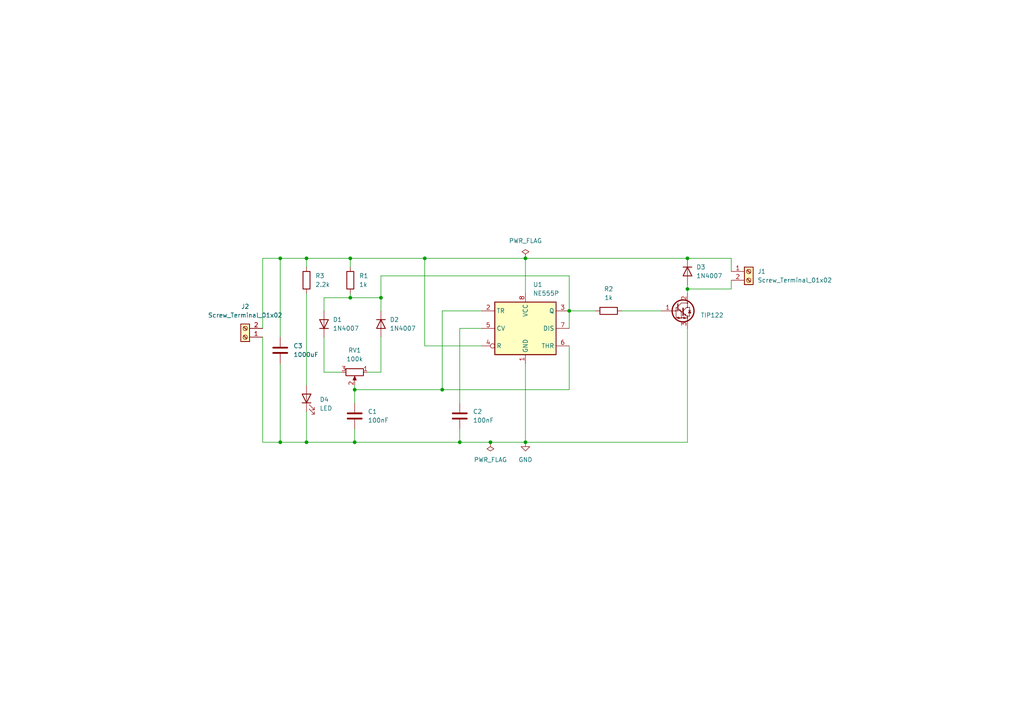
<source format=kicad_sch>
(kicad_sch
	(version 20231120)
	(generator "eeschema")
	(generator_version "8.0")
	(uuid "872c60a7-c384-4985-9607-f8d1ccc30220")
	(paper "A4")
	(lib_symbols
		(symbol "Connector:Screw_Terminal_01x02"
			(pin_names
				(offset 1.016) hide)
			(exclude_from_sim no)
			(in_bom yes)
			(on_board yes)
			(property "Reference" "J"
				(at 0 2.54 0)
				(effects
					(font
						(size 1.27 1.27)
					)
				)
			)
			(property "Value" "Screw_Terminal_01x02"
				(at 0 -5.08 0)
				(effects
					(font
						(size 1.27 1.27)
					)
				)
			)
			(property "Footprint" ""
				(at 0 0 0)
				(effects
					(font
						(size 1.27 1.27)
					)
					(hide yes)
				)
			)
			(property "Datasheet" "~"
				(at 0 0 0)
				(effects
					(font
						(size 1.27 1.27)
					)
					(hide yes)
				)
			)
			(property "Description" "Generic screw terminal, single row, 01x02, script generated (kicad-library-utils/schlib/autogen/connector/)"
				(at 0 0 0)
				(effects
					(font
						(size 1.27 1.27)
					)
					(hide yes)
				)
			)
			(property "ki_keywords" "screw terminal"
				(at 0 0 0)
				(effects
					(font
						(size 1.27 1.27)
					)
					(hide yes)
				)
			)
			(property "ki_fp_filters" "TerminalBlock*:*"
				(at 0 0 0)
				(effects
					(font
						(size 1.27 1.27)
					)
					(hide yes)
				)
			)
			(symbol "Screw_Terminal_01x02_1_1"
				(rectangle
					(start -1.27 1.27)
					(end 1.27 -3.81)
					(stroke
						(width 0.254)
						(type default)
					)
					(fill
						(type background)
					)
				)
				(circle
					(center 0 -2.54)
					(radius 0.635)
					(stroke
						(width 0.1524)
						(type default)
					)
					(fill
						(type none)
					)
				)
				(polyline
					(pts
						(xy -0.5334 -2.2098) (xy 0.3302 -3.048)
					)
					(stroke
						(width 0.1524)
						(type default)
					)
					(fill
						(type none)
					)
				)
				(polyline
					(pts
						(xy -0.5334 0.3302) (xy 0.3302 -0.508)
					)
					(stroke
						(width 0.1524)
						(type default)
					)
					(fill
						(type none)
					)
				)
				(polyline
					(pts
						(xy -0.3556 -2.032) (xy 0.508 -2.8702)
					)
					(stroke
						(width 0.1524)
						(type default)
					)
					(fill
						(type none)
					)
				)
				(polyline
					(pts
						(xy -0.3556 0.508) (xy 0.508 -0.3302)
					)
					(stroke
						(width 0.1524)
						(type default)
					)
					(fill
						(type none)
					)
				)
				(circle
					(center 0 0)
					(radius 0.635)
					(stroke
						(width 0.1524)
						(type default)
					)
					(fill
						(type none)
					)
				)
				(pin passive line
					(at -5.08 0 0)
					(length 3.81)
					(name "Pin_1"
						(effects
							(font
								(size 1.27 1.27)
							)
						)
					)
					(number "1"
						(effects
							(font
								(size 1.27 1.27)
							)
						)
					)
				)
				(pin passive line
					(at -5.08 -2.54 0)
					(length 3.81)
					(name "Pin_2"
						(effects
							(font
								(size 1.27 1.27)
							)
						)
					)
					(number "2"
						(effects
							(font
								(size 1.27 1.27)
							)
						)
					)
				)
			)
		)
		(symbol "Device:C"
			(pin_numbers hide)
			(pin_names
				(offset 0.254)
			)
			(exclude_from_sim no)
			(in_bom yes)
			(on_board yes)
			(property "Reference" "C"
				(at 0.635 2.54 0)
				(effects
					(font
						(size 1.27 1.27)
					)
					(justify left)
				)
			)
			(property "Value" "C"
				(at 0.635 -2.54 0)
				(effects
					(font
						(size 1.27 1.27)
					)
					(justify left)
				)
			)
			(property "Footprint" ""
				(at 0.9652 -3.81 0)
				(effects
					(font
						(size 1.27 1.27)
					)
					(hide yes)
				)
			)
			(property "Datasheet" "~"
				(at 0 0 0)
				(effects
					(font
						(size 1.27 1.27)
					)
					(hide yes)
				)
			)
			(property "Description" "Unpolarized capacitor"
				(at 0 0 0)
				(effects
					(font
						(size 1.27 1.27)
					)
					(hide yes)
				)
			)
			(property "ki_keywords" "cap capacitor"
				(at 0 0 0)
				(effects
					(font
						(size 1.27 1.27)
					)
					(hide yes)
				)
			)
			(property "ki_fp_filters" "C_*"
				(at 0 0 0)
				(effects
					(font
						(size 1.27 1.27)
					)
					(hide yes)
				)
			)
			(symbol "C_0_1"
				(polyline
					(pts
						(xy -2.032 -0.762) (xy 2.032 -0.762)
					)
					(stroke
						(width 0.508)
						(type default)
					)
					(fill
						(type none)
					)
				)
				(polyline
					(pts
						(xy -2.032 0.762) (xy 2.032 0.762)
					)
					(stroke
						(width 0.508)
						(type default)
					)
					(fill
						(type none)
					)
				)
			)
			(symbol "C_1_1"
				(pin passive line
					(at 0 3.81 270)
					(length 2.794)
					(name "~"
						(effects
							(font
								(size 1.27 1.27)
							)
						)
					)
					(number "1"
						(effects
							(font
								(size 1.27 1.27)
							)
						)
					)
				)
				(pin passive line
					(at 0 -3.81 90)
					(length 2.794)
					(name "~"
						(effects
							(font
								(size 1.27 1.27)
							)
						)
					)
					(number "2"
						(effects
							(font
								(size 1.27 1.27)
							)
						)
					)
				)
			)
		)
		(symbol "Device:LED"
			(pin_numbers hide)
			(pin_names
				(offset 1.016) hide)
			(exclude_from_sim no)
			(in_bom yes)
			(on_board yes)
			(property "Reference" "D"
				(at 0 2.54 0)
				(effects
					(font
						(size 1.27 1.27)
					)
				)
			)
			(property "Value" "LED"
				(at 0 -2.54 0)
				(effects
					(font
						(size 1.27 1.27)
					)
				)
			)
			(property "Footprint" ""
				(at 0 0 0)
				(effects
					(font
						(size 1.27 1.27)
					)
					(hide yes)
				)
			)
			(property "Datasheet" "~"
				(at 0 0 0)
				(effects
					(font
						(size 1.27 1.27)
					)
					(hide yes)
				)
			)
			(property "Description" "Light emitting diode"
				(at 0 0 0)
				(effects
					(font
						(size 1.27 1.27)
					)
					(hide yes)
				)
			)
			(property "ki_keywords" "LED diode"
				(at 0 0 0)
				(effects
					(font
						(size 1.27 1.27)
					)
					(hide yes)
				)
			)
			(property "ki_fp_filters" "LED* LED_SMD:* LED_THT:*"
				(at 0 0 0)
				(effects
					(font
						(size 1.27 1.27)
					)
					(hide yes)
				)
			)
			(symbol "LED_0_1"
				(polyline
					(pts
						(xy -1.27 -1.27) (xy -1.27 1.27)
					)
					(stroke
						(width 0.254)
						(type default)
					)
					(fill
						(type none)
					)
				)
				(polyline
					(pts
						(xy -1.27 0) (xy 1.27 0)
					)
					(stroke
						(width 0)
						(type default)
					)
					(fill
						(type none)
					)
				)
				(polyline
					(pts
						(xy 1.27 -1.27) (xy 1.27 1.27) (xy -1.27 0) (xy 1.27 -1.27)
					)
					(stroke
						(width 0.254)
						(type default)
					)
					(fill
						(type none)
					)
				)
				(polyline
					(pts
						(xy -3.048 -0.762) (xy -4.572 -2.286) (xy -3.81 -2.286) (xy -4.572 -2.286) (xy -4.572 -1.524)
					)
					(stroke
						(width 0)
						(type default)
					)
					(fill
						(type none)
					)
				)
				(polyline
					(pts
						(xy -1.778 -0.762) (xy -3.302 -2.286) (xy -2.54 -2.286) (xy -3.302 -2.286) (xy -3.302 -1.524)
					)
					(stroke
						(width 0)
						(type default)
					)
					(fill
						(type none)
					)
				)
			)
			(symbol "LED_1_1"
				(pin passive line
					(at -3.81 0 0)
					(length 2.54)
					(name "K"
						(effects
							(font
								(size 1.27 1.27)
							)
						)
					)
					(number "1"
						(effects
							(font
								(size 1.27 1.27)
							)
						)
					)
				)
				(pin passive line
					(at 3.81 0 180)
					(length 2.54)
					(name "A"
						(effects
							(font
								(size 1.27 1.27)
							)
						)
					)
					(number "2"
						(effects
							(font
								(size 1.27 1.27)
							)
						)
					)
				)
			)
		)
		(symbol "Device:R"
			(pin_numbers hide)
			(pin_names
				(offset 0)
			)
			(exclude_from_sim no)
			(in_bom yes)
			(on_board yes)
			(property "Reference" "R"
				(at 2.032 0 90)
				(effects
					(font
						(size 1.27 1.27)
					)
				)
			)
			(property "Value" "R"
				(at 0 0 90)
				(effects
					(font
						(size 1.27 1.27)
					)
				)
			)
			(property "Footprint" ""
				(at -1.778 0 90)
				(effects
					(font
						(size 1.27 1.27)
					)
					(hide yes)
				)
			)
			(property "Datasheet" "~"
				(at 0 0 0)
				(effects
					(font
						(size 1.27 1.27)
					)
					(hide yes)
				)
			)
			(property "Description" "Resistor"
				(at 0 0 0)
				(effects
					(font
						(size 1.27 1.27)
					)
					(hide yes)
				)
			)
			(property "ki_keywords" "R res resistor"
				(at 0 0 0)
				(effects
					(font
						(size 1.27 1.27)
					)
					(hide yes)
				)
			)
			(property "ki_fp_filters" "R_*"
				(at 0 0 0)
				(effects
					(font
						(size 1.27 1.27)
					)
					(hide yes)
				)
			)
			(symbol "R_0_1"
				(rectangle
					(start -1.016 -2.54)
					(end 1.016 2.54)
					(stroke
						(width 0.254)
						(type default)
					)
					(fill
						(type none)
					)
				)
			)
			(symbol "R_1_1"
				(pin passive line
					(at 0 3.81 270)
					(length 1.27)
					(name "~"
						(effects
							(font
								(size 1.27 1.27)
							)
						)
					)
					(number "1"
						(effects
							(font
								(size 1.27 1.27)
							)
						)
					)
				)
				(pin passive line
					(at 0 -3.81 90)
					(length 1.27)
					(name "~"
						(effects
							(font
								(size 1.27 1.27)
							)
						)
					)
					(number "2"
						(effects
							(font
								(size 1.27 1.27)
							)
						)
					)
				)
			)
		)
		(symbol "Device:R_Potentiometer"
			(pin_names
				(offset 1.016) hide)
			(exclude_from_sim no)
			(in_bom yes)
			(on_board yes)
			(property "Reference" "RV"
				(at -4.445 0 90)
				(effects
					(font
						(size 1.27 1.27)
					)
				)
			)
			(property "Value" "R_Potentiometer"
				(at -2.54 0 90)
				(effects
					(font
						(size 1.27 1.27)
					)
				)
			)
			(property "Footprint" ""
				(at 0 0 0)
				(effects
					(font
						(size 1.27 1.27)
					)
					(hide yes)
				)
			)
			(property "Datasheet" "~"
				(at 0 0 0)
				(effects
					(font
						(size 1.27 1.27)
					)
					(hide yes)
				)
			)
			(property "Description" "Potentiometer"
				(at 0 0 0)
				(effects
					(font
						(size 1.27 1.27)
					)
					(hide yes)
				)
			)
			(property "ki_keywords" "resistor variable"
				(at 0 0 0)
				(effects
					(font
						(size 1.27 1.27)
					)
					(hide yes)
				)
			)
			(property "ki_fp_filters" "Potentiometer*"
				(at 0 0 0)
				(effects
					(font
						(size 1.27 1.27)
					)
					(hide yes)
				)
			)
			(symbol "R_Potentiometer_0_1"
				(polyline
					(pts
						(xy 2.54 0) (xy 1.524 0)
					)
					(stroke
						(width 0)
						(type default)
					)
					(fill
						(type none)
					)
				)
				(polyline
					(pts
						(xy 1.143 0) (xy 2.286 0.508) (xy 2.286 -0.508) (xy 1.143 0)
					)
					(stroke
						(width 0)
						(type default)
					)
					(fill
						(type outline)
					)
				)
				(rectangle
					(start 1.016 2.54)
					(end -1.016 -2.54)
					(stroke
						(width 0.254)
						(type default)
					)
					(fill
						(type none)
					)
				)
			)
			(symbol "R_Potentiometer_1_1"
				(pin passive line
					(at 0 3.81 270)
					(length 1.27)
					(name "1"
						(effects
							(font
								(size 1.27 1.27)
							)
						)
					)
					(number "1"
						(effects
							(font
								(size 1.27 1.27)
							)
						)
					)
				)
				(pin passive line
					(at 3.81 0 180)
					(length 1.27)
					(name "2"
						(effects
							(font
								(size 1.27 1.27)
							)
						)
					)
					(number "2"
						(effects
							(font
								(size 1.27 1.27)
							)
						)
					)
				)
				(pin passive line
					(at 0 -3.81 90)
					(length 1.27)
					(name "3"
						(effects
							(font
								(size 1.27 1.27)
							)
						)
					)
					(number "3"
						(effects
							(font
								(size 1.27 1.27)
							)
						)
					)
				)
			)
		)
		(symbol "Diode:1N4007"
			(pin_numbers hide)
			(pin_names hide)
			(exclude_from_sim no)
			(in_bom yes)
			(on_board yes)
			(property "Reference" "D"
				(at 0 2.54 0)
				(effects
					(font
						(size 1.27 1.27)
					)
				)
			)
			(property "Value" "1N4007"
				(at 0 -2.54 0)
				(effects
					(font
						(size 1.27 1.27)
					)
				)
			)
			(property "Footprint" "Diode_THT:D_DO-41_SOD81_P10.16mm_Horizontal"
				(at 0 -4.445 0)
				(effects
					(font
						(size 1.27 1.27)
					)
					(hide yes)
				)
			)
			(property "Datasheet" "http://www.vishay.com/docs/88503/1n4001.pdf"
				(at 0 0 0)
				(effects
					(font
						(size 1.27 1.27)
					)
					(hide yes)
				)
			)
			(property "Description" "1000V 1A General Purpose Rectifier Diode, DO-41"
				(at 0 0 0)
				(effects
					(font
						(size 1.27 1.27)
					)
					(hide yes)
				)
			)
			(property "Sim.Device" "D"
				(at 0 0 0)
				(effects
					(font
						(size 1.27 1.27)
					)
					(hide yes)
				)
			)
			(property "Sim.Pins" "1=K 2=A"
				(at 0 0 0)
				(effects
					(font
						(size 1.27 1.27)
					)
					(hide yes)
				)
			)
			(property "ki_keywords" "diode"
				(at 0 0 0)
				(effects
					(font
						(size 1.27 1.27)
					)
					(hide yes)
				)
			)
			(property "ki_fp_filters" "D*DO?41*"
				(at 0 0 0)
				(effects
					(font
						(size 1.27 1.27)
					)
					(hide yes)
				)
			)
			(symbol "1N4007_0_1"
				(polyline
					(pts
						(xy -1.27 1.27) (xy -1.27 -1.27)
					)
					(stroke
						(width 0.254)
						(type default)
					)
					(fill
						(type none)
					)
				)
				(polyline
					(pts
						(xy 1.27 0) (xy -1.27 0)
					)
					(stroke
						(width 0)
						(type default)
					)
					(fill
						(type none)
					)
				)
				(polyline
					(pts
						(xy 1.27 1.27) (xy 1.27 -1.27) (xy -1.27 0) (xy 1.27 1.27)
					)
					(stroke
						(width 0.254)
						(type default)
					)
					(fill
						(type none)
					)
				)
			)
			(symbol "1N4007_1_1"
				(pin passive line
					(at -3.81 0 0)
					(length 2.54)
					(name "K"
						(effects
							(font
								(size 1.27 1.27)
							)
						)
					)
					(number "1"
						(effects
							(font
								(size 1.27 1.27)
							)
						)
					)
				)
				(pin passive line
					(at 3.81 0 180)
					(length 2.54)
					(name "A"
						(effects
							(font
								(size 1.27 1.27)
							)
						)
					)
					(number "2"
						(effects
							(font
								(size 1.27 1.27)
							)
						)
					)
				)
			)
		)
		(symbol "Timer:NE555P"
			(exclude_from_sim no)
			(in_bom yes)
			(on_board yes)
			(property "Reference" "U"
				(at -10.16 8.89 0)
				(effects
					(font
						(size 1.27 1.27)
					)
					(justify left)
				)
			)
			(property "Value" "NE555P"
				(at 2.54 8.89 0)
				(effects
					(font
						(size 1.27 1.27)
					)
					(justify left)
				)
			)
			(property "Footprint" "Package_DIP:DIP-8_W7.62mm"
				(at 16.51 -10.16 0)
				(effects
					(font
						(size 1.27 1.27)
					)
					(hide yes)
				)
			)
			(property "Datasheet" "http://www.ti.com/lit/ds/symlink/ne555.pdf"
				(at 21.59 -10.16 0)
				(effects
					(font
						(size 1.27 1.27)
					)
					(hide yes)
				)
			)
			(property "Description" "Precision Timers, 555 compatible,  PDIP-8"
				(at 0 0 0)
				(effects
					(font
						(size 1.27 1.27)
					)
					(hide yes)
				)
			)
			(property "ki_keywords" "single timer 555"
				(at 0 0 0)
				(effects
					(font
						(size 1.27 1.27)
					)
					(hide yes)
				)
			)
			(property "ki_fp_filters" "DIP*W7.62mm*"
				(at 0 0 0)
				(effects
					(font
						(size 1.27 1.27)
					)
					(hide yes)
				)
			)
			(symbol "NE555P_0_0"
				(pin power_in line
					(at 0 -10.16 90)
					(length 2.54)
					(name "GND"
						(effects
							(font
								(size 1.27 1.27)
							)
						)
					)
					(number "1"
						(effects
							(font
								(size 1.27 1.27)
							)
						)
					)
				)
				(pin power_in line
					(at 0 10.16 270)
					(length 2.54)
					(name "VCC"
						(effects
							(font
								(size 1.27 1.27)
							)
						)
					)
					(number "8"
						(effects
							(font
								(size 1.27 1.27)
							)
						)
					)
				)
			)
			(symbol "NE555P_0_1"
				(rectangle
					(start -8.89 -7.62)
					(end 8.89 7.62)
					(stroke
						(width 0.254)
						(type default)
					)
					(fill
						(type background)
					)
				)
				(rectangle
					(start -8.89 -7.62)
					(end 8.89 7.62)
					(stroke
						(width 0.254)
						(type default)
					)
					(fill
						(type background)
					)
				)
			)
			(symbol "NE555P_1_1"
				(pin input line
					(at -12.7 5.08 0)
					(length 3.81)
					(name "TR"
						(effects
							(font
								(size 1.27 1.27)
							)
						)
					)
					(number "2"
						(effects
							(font
								(size 1.27 1.27)
							)
						)
					)
				)
				(pin output line
					(at 12.7 5.08 180)
					(length 3.81)
					(name "Q"
						(effects
							(font
								(size 1.27 1.27)
							)
						)
					)
					(number "3"
						(effects
							(font
								(size 1.27 1.27)
							)
						)
					)
				)
				(pin input inverted
					(at -12.7 -5.08 0)
					(length 3.81)
					(name "R"
						(effects
							(font
								(size 1.27 1.27)
							)
						)
					)
					(number "4"
						(effects
							(font
								(size 1.27 1.27)
							)
						)
					)
				)
				(pin input line
					(at -12.7 0 0)
					(length 3.81)
					(name "CV"
						(effects
							(font
								(size 1.27 1.27)
							)
						)
					)
					(number "5"
						(effects
							(font
								(size 1.27 1.27)
							)
						)
					)
				)
				(pin input line
					(at 12.7 -5.08 180)
					(length 3.81)
					(name "THR"
						(effects
							(font
								(size 1.27 1.27)
							)
						)
					)
					(number "6"
						(effects
							(font
								(size 1.27 1.27)
							)
						)
					)
				)
				(pin input line
					(at 12.7 0 180)
					(length 3.81)
					(name "DIS"
						(effects
							(font
								(size 1.27 1.27)
							)
						)
					)
					(number "7"
						(effects
							(font
								(size 1.27 1.27)
							)
						)
					)
				)
			)
		)
		(symbol "Transistor_BJT:TIP122"
			(pin_names
				(offset 0) hide)
			(exclude_from_sim no)
			(in_bom yes)
			(on_board yes)
			(property "Reference" "Q"
				(at 5.08 1.905 0)
				(effects
					(font
						(size 1.27 1.27)
					)
					(justify left)
				)
			)
			(property "Value" "TIP122"
				(at 5.08 0 0)
				(effects
					(font
						(size 1.27 1.27)
					)
					(justify left)
				)
			)
			(property "Footprint" "Package_TO_SOT_THT:TO-220-3_Vertical"
				(at 5.08 -1.905 0)
				(effects
					(font
						(size 1.27 1.27)
						(italic yes)
					)
					(justify left)
					(hide yes)
				)
			)
			(property "Datasheet" "https://www.onsemi.com/pub/Collateral/TIP120-D.PDF"
				(at 0 0 0)
				(effects
					(font
						(size 1.27 1.27)
					)
					(justify left)
					(hide yes)
				)
			)
			(property "Description" "5A Ic, 100V Vce, Silicon Darlington Power NPN Transistor, TO-220"
				(at 0 0 0)
				(effects
					(font
						(size 1.27 1.27)
					)
					(hide yes)
				)
			)
			(property "ki_keywords" "Darlington Power NPN Transistor"
				(at 0 0 0)
				(effects
					(font
						(size 1.27 1.27)
					)
					(hide yes)
				)
			)
			(property "ki_fp_filters" "TO?220*"
				(at 0 0 0)
				(effects
					(font
						(size 1.27 1.27)
					)
					(hide yes)
				)
			)
			(symbol "TIP122_0_1"
				(circle
					(center -0.762 0)
					(radius 0.127)
					(stroke
						(width 0)
						(type default)
					)
					(fill
						(type none)
					)
				)
				(polyline
					(pts
						(xy -1.27 0) (xy -0.889 0)
					)
					(stroke
						(width 0)
						(type default)
					)
					(fill
						(type none)
					)
				)
				(polyline
					(pts
						(xy 2.54 -2.032) (xy 2.54 -2.54)
					)
					(stroke
						(width 0)
						(type default)
					)
					(fill
						(type none)
					)
				)
				(polyline
					(pts
						(xy 2.54 -1.524) (xy 3.175 -1.524)
					)
					(stroke
						(width 0)
						(type default)
					)
					(fill
						(type none)
					)
				)
				(polyline
					(pts
						(xy 2.794 0.127) (xy 3.556 0.127)
					)
					(stroke
						(width 0)
						(type default)
					)
					(fill
						(type none)
					)
				)
				(polyline
					(pts
						(xy 3.175 -0.635) (xy 3.175 -1.524)
					)
					(stroke
						(width 0)
						(type default)
					)
					(fill
						(type none)
					)
				)
				(polyline
					(pts
						(xy 3.175 1.016) (xy 2.54 1.016)
					)
					(stroke
						(width 0)
						(type default)
					)
					(fill
						(type none)
					)
				)
				(polyline
					(pts
						(xy 3.175 1.016) (xy 3.175 0.127)
					)
					(stroke
						(width 0)
						(type default)
					)
					(fill
						(type none)
					)
				)
				(polyline
					(pts
						(xy -0.254 0.762) (xy 0.762 -0.254) (xy 1.27 -0.254)
					)
					(stroke
						(width 0)
						(type default)
					)
					(fill
						(type none)
					)
				)
				(polyline
					(pts
						(xy -0.254 1.016) (xy -0.762 1.016) (xy -0.762 -2.032)
					)
					(stroke
						(width 0)
						(type default)
					)
					(fill
						(type none)
					)
				)
				(polyline
					(pts
						(xy -0.254 1.27) (xy 0.762 2.286) (xy 2.54 2.286)
					)
					(stroke
						(width 0)
						(type default)
					)
					(fill
						(type none)
					)
				)
				(polyline
					(pts
						(xy -0.254 2.032) (xy -0.254 0) (xy -0.254 0)
					)
					(stroke
						(width 0.3048)
						(type default)
					)
					(fill
						(type none)
					)
				)
				(polyline
					(pts
						(xy 1.27 0.762) (xy 1.27 -1.27) (xy 1.27 -1.27)
					)
					(stroke
						(width 0.381)
						(type default)
					)
					(fill
						(type none)
					)
				)
				(polyline
					(pts
						(xy 0.635 -0.127) (xy 0.381 0.381) (xy 0.127 0.127) (xy 0.635 -0.127)
					)
					(stroke
						(width 0)
						(type default)
					)
					(fill
						(type none)
					)
				)
				(polyline
					(pts
						(xy 1.27 -0.508) (xy 2.286 -1.524) (xy 2.54 -1.524) (xy 2.54 -2.032)
					)
					(stroke
						(width 0)
						(type default)
					)
					(fill
						(type none)
					)
				)
				(polyline
					(pts
						(xy 1.27 0) (xy 2.286 1.016) (xy 2.54 1.016) (xy 2.54 2.286)
					)
					(stroke
						(width 0)
						(type default)
					)
					(fill
						(type none)
					)
				)
				(polyline
					(pts
						(xy 2.159 -1.397) (xy 1.905 -0.889) (xy 1.651 -1.143) (xy 2.159 -1.397)
					)
					(stroke
						(width 0)
						(type default)
					)
					(fill
						(type none)
					)
				)
				(polyline
					(pts
						(xy 3.175 0.127) (xy 2.794 -0.635) (xy 3.556 -0.635) (xy 3.175 0.127)
					)
					(stroke
						(width 0)
						(type default)
					)
					(fill
						(type outline)
					)
				)
				(polyline
					(pts
						(xy 0.762 -2.032) (xy 0.381 -2.032) (xy 0.254 -2.286) (xy 0.127 -1.778) (xy 0 -2.286) (xy -0.127 -1.778)
						(xy -0.254 -2.286) (xy -0.381 -1.778) (xy -0.508 -2.032) (xy -0.762 -2.032)
					)
					(stroke
						(width 0)
						(type default)
					)
					(fill
						(type none)
					)
				)
				(polyline
					(pts
						(xy 0.762 -0.254) (xy 0.762 -2.032) (xy 1.143 -2.032) (xy 1.27 -1.778) (xy 1.397 -2.286) (xy 1.524 -1.778)
						(xy 1.651 -2.286) (xy 1.778 -1.778) (xy 1.905 -2.286) (xy 2.032 -2.032) (xy 2.54 -2.032)
					)
					(stroke
						(width 0)
						(type default)
					)
					(fill
						(type none)
					)
				)
				(circle
					(center 0.762 -2.032)
					(radius 0.127)
					(stroke
						(width 0)
						(type default)
					)
					(fill
						(type none)
					)
				)
				(circle
					(center 0.762 -0.254)
					(radius 0.127)
					(stroke
						(width 0)
						(type default)
					)
					(fill
						(type none)
					)
				)
				(circle
					(center 1.27 0)
					(radius 3.175)
					(stroke
						(width 0.3556)
						(type default)
					)
					(fill
						(type none)
					)
				)
				(circle
					(center 2.54 -2.032)
					(radius 0.127)
					(stroke
						(width 0)
						(type default)
					)
					(fill
						(type none)
					)
				)
				(circle
					(center 2.54 -1.524)
					(radius 0.127)
					(stroke
						(width 0)
						(type default)
					)
					(fill
						(type none)
					)
				)
				(circle
					(center 2.54 1.016)
					(radius 0.127)
					(stroke
						(width 0)
						(type default)
					)
					(fill
						(type none)
					)
				)
				(circle
					(center 2.54 2.286)
					(radius 0.127)
					(stroke
						(width 0)
						(type default)
					)
					(fill
						(type none)
					)
				)
			)
			(symbol "TIP122_1_1"
				(pin input line
					(at -5.08 0 0)
					(length 3.81)
					(name "B"
						(effects
							(font
								(size 1.27 1.27)
							)
						)
					)
					(number "1"
						(effects
							(font
								(size 1.27 1.27)
							)
						)
					)
				)
				(pin passive line
					(at 2.54 5.08 270)
					(length 2.667)
					(name "C"
						(effects
							(font
								(size 1.27 1.27)
							)
						)
					)
					(number "2"
						(effects
							(font
								(size 1.27 1.27)
							)
						)
					)
				)
				(pin passive line
					(at 2.54 -5.08 90)
					(length 2.54)
					(name "E"
						(effects
							(font
								(size 1.27 1.27)
							)
						)
					)
					(number "3"
						(effects
							(font
								(size 1.27 1.27)
							)
						)
					)
				)
			)
		)
		(symbol "power:GND"
			(power)
			(pin_numbers hide)
			(pin_names
				(offset 0) hide)
			(exclude_from_sim no)
			(in_bom yes)
			(on_board yes)
			(property "Reference" "#PWR"
				(at 0 -6.35 0)
				(effects
					(font
						(size 1.27 1.27)
					)
					(hide yes)
				)
			)
			(property "Value" "GND"
				(at 0 -3.81 0)
				(effects
					(font
						(size 1.27 1.27)
					)
				)
			)
			(property "Footprint" ""
				(at 0 0 0)
				(effects
					(font
						(size 1.27 1.27)
					)
					(hide yes)
				)
			)
			(property "Datasheet" ""
				(at 0 0 0)
				(effects
					(font
						(size 1.27 1.27)
					)
					(hide yes)
				)
			)
			(property "Description" "Power symbol creates a global label with name \"GND\" , ground"
				(at 0 0 0)
				(effects
					(font
						(size 1.27 1.27)
					)
					(hide yes)
				)
			)
			(property "ki_keywords" "global power"
				(at 0 0 0)
				(effects
					(font
						(size 1.27 1.27)
					)
					(hide yes)
				)
			)
			(symbol "GND_0_1"
				(polyline
					(pts
						(xy 0 0) (xy 0 -1.27) (xy 1.27 -1.27) (xy 0 -2.54) (xy -1.27 -1.27) (xy 0 -1.27)
					)
					(stroke
						(width 0)
						(type default)
					)
					(fill
						(type none)
					)
				)
			)
			(symbol "GND_1_1"
				(pin power_in line
					(at 0 0 270)
					(length 0)
					(name "~"
						(effects
							(font
								(size 1.27 1.27)
							)
						)
					)
					(number "1"
						(effects
							(font
								(size 1.27 1.27)
							)
						)
					)
				)
			)
		)
		(symbol "power:PWR_FLAG"
			(power)
			(pin_numbers hide)
			(pin_names
				(offset 0) hide)
			(exclude_from_sim no)
			(in_bom yes)
			(on_board yes)
			(property "Reference" "#FLG"
				(at 0 1.905 0)
				(effects
					(font
						(size 1.27 1.27)
					)
					(hide yes)
				)
			)
			(property "Value" "PWR_FLAG"
				(at 0 3.81 0)
				(effects
					(font
						(size 1.27 1.27)
					)
				)
			)
			(property "Footprint" ""
				(at 0 0 0)
				(effects
					(font
						(size 1.27 1.27)
					)
					(hide yes)
				)
			)
			(property "Datasheet" "~"
				(at 0 0 0)
				(effects
					(font
						(size 1.27 1.27)
					)
					(hide yes)
				)
			)
			(property "Description" "Special symbol for telling ERC where power comes from"
				(at 0 0 0)
				(effects
					(font
						(size 1.27 1.27)
					)
					(hide yes)
				)
			)
			(property "ki_keywords" "flag power"
				(at 0 0 0)
				(effects
					(font
						(size 1.27 1.27)
					)
					(hide yes)
				)
			)
			(symbol "PWR_FLAG_0_0"
				(pin power_out line
					(at 0 0 90)
					(length 0)
					(name "~"
						(effects
							(font
								(size 1.27 1.27)
							)
						)
					)
					(number "1"
						(effects
							(font
								(size 1.27 1.27)
							)
						)
					)
				)
			)
			(symbol "PWR_FLAG_0_1"
				(polyline
					(pts
						(xy 0 0) (xy 0 1.27) (xy -1.016 1.905) (xy 0 2.54) (xy 1.016 1.905) (xy 0 1.27)
					)
					(stroke
						(width 0)
						(type default)
					)
					(fill
						(type none)
					)
				)
			)
		)
	)
	(junction
		(at 199.39 83.82)
		(diameter 0)
		(color 0 0 0 0)
		(uuid "14d4d4cc-5199-4d69-8e67-8fcbf02ff386")
	)
	(junction
		(at 123.19 74.93)
		(diameter 0)
		(color 0 0 0 0)
		(uuid "16aa8c21-7c2d-4831-8db2-622f5e188a70")
	)
	(junction
		(at 152.4 128.27)
		(diameter 0)
		(color 0 0 0 0)
		(uuid "21e2e393-d173-4dc5-9819-5a3205f8ebdd")
	)
	(junction
		(at 101.6 74.93)
		(diameter 0)
		(color 0 0 0 0)
		(uuid "2ba5e49c-0df0-411e-b0a7-352ba32a7092")
	)
	(junction
		(at 199.39 74.93)
		(diameter 0)
		(color 0 0 0 0)
		(uuid "2c194f59-749b-4c74-bf0b-8ea2a356145f")
	)
	(junction
		(at 88.9 128.27)
		(diameter 0)
		(color 0 0 0 0)
		(uuid "31e28d22-b8b5-4ad7-ae5a-923900fa7f67")
	)
	(junction
		(at 101.6 86.36)
		(diameter 0)
		(color 0 0 0 0)
		(uuid "5567bcb1-6ac6-4d1f-9ad6-29c8f503b12a")
	)
	(junction
		(at 142.24 128.27)
		(diameter 0)
		(color 0 0 0 0)
		(uuid "94e5e581-7586-4bd5-a64e-94d73e8fd861")
	)
	(junction
		(at 165.1 90.17)
		(diameter 0)
		(color 0 0 0 0)
		(uuid "9bb45314-7116-4adf-beae-63a0c1777301")
	)
	(junction
		(at 81.28 74.93)
		(diameter 0)
		(color 0 0 0 0)
		(uuid "ae293bc3-6f81-40a0-87cf-1d7242ab2657")
	)
	(junction
		(at 152.4 74.93)
		(diameter 0)
		(color 0 0 0 0)
		(uuid "b66edad6-af26-4b1b-9593-4bb3c960be8f")
	)
	(junction
		(at 102.87 128.27)
		(diameter 0)
		(color 0 0 0 0)
		(uuid "bfe17560-3d6a-4aa8-9420-50839cfb5167")
	)
	(junction
		(at 133.35 128.27)
		(diameter 0)
		(color 0 0 0 0)
		(uuid "cbc80b6b-885d-415e-a75b-13b54ae9930e")
	)
	(junction
		(at 81.28 128.27)
		(diameter 0)
		(color 0 0 0 0)
		(uuid "ceae7e96-9d4c-4b96-9a5a-2ab0406d065c")
	)
	(junction
		(at 110.49 86.36)
		(diameter 0)
		(color 0 0 0 0)
		(uuid "cfae7385-25b3-47c1-84a5-ccbde0abec92")
	)
	(junction
		(at 128.27 113.03)
		(diameter 0)
		(color 0 0 0 0)
		(uuid "da35694b-61f6-4e6d-b86c-0610d1503c7a")
	)
	(junction
		(at 88.9 74.93)
		(diameter 0)
		(color 0 0 0 0)
		(uuid "ddf31dbb-2d8f-4e61-9caf-abc5f279b53f")
	)
	(junction
		(at 102.87 113.03)
		(diameter 0)
		(color 0 0 0 0)
		(uuid "e9825a09-8825-4798-b1a1-0c9397934135")
	)
	(wire
		(pts
			(xy 102.87 128.27) (xy 133.35 128.27)
		)
		(stroke
			(width 0)
			(type default)
		)
		(uuid "000684e5-0de8-4968-8917-6dec4ba946f9")
	)
	(wire
		(pts
			(xy 152.4 74.93) (xy 199.39 74.93)
		)
		(stroke
			(width 0)
			(type default)
		)
		(uuid "02ff7ec5-1c8b-4e28-bc01-81b08518b368")
	)
	(wire
		(pts
			(xy 133.35 128.27) (xy 142.24 128.27)
		)
		(stroke
			(width 0)
			(type default)
		)
		(uuid "041b4f99-3413-4b92-b875-26093d1cc7a2")
	)
	(wire
		(pts
			(xy 110.49 86.36) (xy 110.49 90.17)
		)
		(stroke
			(width 0)
			(type default)
		)
		(uuid "05aa0908-8cfa-49ae-8fa0-ef8aa0b49392")
	)
	(wire
		(pts
			(xy 93.98 90.17) (xy 93.98 86.36)
		)
		(stroke
			(width 0)
			(type default)
		)
		(uuid "09a7852c-7deb-4ed5-879d-b9a36926a01e")
	)
	(wire
		(pts
			(xy 110.49 80.01) (xy 110.49 86.36)
		)
		(stroke
			(width 0)
			(type default)
		)
		(uuid "0c80813c-fd52-4709-b6d7-7b5006410e39")
	)
	(wire
		(pts
			(xy 101.6 74.93) (xy 88.9 74.93)
		)
		(stroke
			(width 0)
			(type default)
		)
		(uuid "14ff42c2-8011-4756-ba0f-774d30d58e6c")
	)
	(wire
		(pts
			(xy 133.35 124.46) (xy 133.35 128.27)
		)
		(stroke
			(width 0)
			(type default)
		)
		(uuid "1587390d-1c7a-4261-b924-041b114614fa")
	)
	(wire
		(pts
			(xy 123.19 74.93) (xy 101.6 74.93)
		)
		(stroke
			(width 0)
			(type default)
		)
		(uuid "2c13ccdd-0bcc-4662-984f-1addd3474faf")
	)
	(wire
		(pts
			(xy 102.87 111.76) (xy 102.87 113.03)
		)
		(stroke
			(width 0)
			(type default)
		)
		(uuid "2dc84225-4cf1-4868-8d0b-309cd18029a3")
	)
	(wire
		(pts
			(xy 123.19 74.93) (xy 152.4 74.93)
		)
		(stroke
			(width 0)
			(type default)
		)
		(uuid "3265e15e-feb2-409f-9d5d-504d33606084")
	)
	(wire
		(pts
			(xy 128.27 90.17) (xy 128.27 113.03)
		)
		(stroke
			(width 0)
			(type default)
		)
		(uuid "382a698b-4ad4-45ad-b106-ef54bff36597")
	)
	(wire
		(pts
			(xy 101.6 85.09) (xy 101.6 86.36)
		)
		(stroke
			(width 0)
			(type default)
		)
		(uuid "3f905db9-9a8c-4922-aaea-da1a6b240419")
	)
	(wire
		(pts
			(xy 199.39 83.82) (xy 212.09 83.82)
		)
		(stroke
			(width 0)
			(type default)
		)
		(uuid "4af49e09-db83-4b71-9bb6-ea7fc044d536")
	)
	(wire
		(pts
			(xy 165.1 90.17) (xy 172.72 90.17)
		)
		(stroke
			(width 0)
			(type default)
		)
		(uuid "4b27c0ef-3a34-422f-ac86-979971799297")
	)
	(wire
		(pts
			(xy 139.7 90.17) (xy 128.27 90.17)
		)
		(stroke
			(width 0)
			(type default)
		)
		(uuid "4d9504c9-a0ee-4aa6-a80c-7cbe71141afb")
	)
	(wire
		(pts
			(xy 76.2 74.93) (xy 81.28 74.93)
		)
		(stroke
			(width 0)
			(type default)
		)
		(uuid "4eb9665d-9372-4e89-a46e-a2d4f543f483")
	)
	(wire
		(pts
			(xy 199.39 95.25) (xy 199.39 128.27)
		)
		(stroke
			(width 0)
			(type default)
		)
		(uuid "50e070d5-be6b-4b22-8287-fa4d3779b5cd")
	)
	(wire
		(pts
			(xy 88.9 128.27) (xy 102.87 128.27)
		)
		(stroke
			(width 0)
			(type default)
		)
		(uuid "5332bf3f-02d2-4681-9742-9bcfcac548de")
	)
	(wire
		(pts
			(xy 76.2 74.93) (xy 76.2 95.25)
		)
		(stroke
			(width 0)
			(type default)
		)
		(uuid "54647263-26fd-4c4c-baff-50dc8c9b9d25")
	)
	(wire
		(pts
			(xy 152.4 85.09) (xy 152.4 74.93)
		)
		(stroke
			(width 0)
			(type default)
		)
		(uuid "5ebdf9f1-32a5-4754-a4af-5bfba500482c")
	)
	(wire
		(pts
			(xy 165.1 90.17) (xy 165.1 80.01)
		)
		(stroke
			(width 0)
			(type default)
		)
		(uuid "6065779c-4633-4570-a744-70124687cb5a")
	)
	(wire
		(pts
			(xy 165.1 80.01) (xy 110.49 80.01)
		)
		(stroke
			(width 0)
			(type default)
		)
		(uuid "60865d19-3b83-4c19-a829-7a166118b906")
	)
	(wire
		(pts
			(xy 128.27 113.03) (xy 165.1 113.03)
		)
		(stroke
			(width 0)
			(type default)
		)
		(uuid "65baa1c8-14b1-47a3-b35d-06870e2847ab")
	)
	(wire
		(pts
			(xy 76.2 128.27) (xy 81.28 128.27)
		)
		(stroke
			(width 0)
			(type default)
		)
		(uuid "65f75fa2-29b7-442c-9b1c-46bfefcd0b97")
	)
	(wire
		(pts
			(xy 106.68 107.95) (xy 110.49 107.95)
		)
		(stroke
			(width 0)
			(type default)
		)
		(uuid "674ff54e-03e6-4a29-a533-a09a3c4f29d9")
	)
	(wire
		(pts
			(xy 212.09 81.28) (xy 212.09 83.82)
		)
		(stroke
			(width 0)
			(type default)
		)
		(uuid "68022466-1f6c-4f72-a510-d3200067f4f3")
	)
	(wire
		(pts
			(xy 199.39 128.27) (xy 152.4 128.27)
		)
		(stroke
			(width 0)
			(type default)
		)
		(uuid "684650bf-c440-4bcb-99e7-a30d1da1a83f")
	)
	(wire
		(pts
			(xy 165.1 95.25) (xy 165.1 90.17)
		)
		(stroke
			(width 0)
			(type default)
		)
		(uuid "73621a0d-a070-49c3-b0a2-c74402200ffb")
	)
	(wire
		(pts
			(xy 81.28 105.41) (xy 81.28 128.27)
		)
		(stroke
			(width 0)
			(type default)
		)
		(uuid "82357ccb-7539-41fa-8bea-b77c6e7a9995")
	)
	(wire
		(pts
			(xy 81.28 128.27) (xy 88.9 128.27)
		)
		(stroke
			(width 0)
			(type default)
		)
		(uuid "8a5ec29f-8759-4c15-abae-c273871326b0")
	)
	(wire
		(pts
			(xy 93.98 86.36) (xy 101.6 86.36)
		)
		(stroke
			(width 0)
			(type default)
		)
		(uuid "93fa993f-44d9-4d14-8317-249a7bc5c468")
	)
	(wire
		(pts
			(xy 128.27 113.03) (xy 102.87 113.03)
		)
		(stroke
			(width 0)
			(type default)
		)
		(uuid "94c7a31a-6db4-4599-a3aa-dc3acc980198")
	)
	(wire
		(pts
			(xy 76.2 97.79) (xy 76.2 128.27)
		)
		(stroke
			(width 0)
			(type default)
		)
		(uuid "985e8cf2-ac20-421a-89ee-e38e5d22c3dd")
	)
	(wire
		(pts
			(xy 180.34 90.17) (xy 191.77 90.17)
		)
		(stroke
			(width 0)
			(type default)
		)
		(uuid "997e5854-16c3-4f0f-b43f-9a7a3784c859")
	)
	(wire
		(pts
			(xy 123.19 100.33) (xy 123.19 74.93)
		)
		(stroke
			(width 0)
			(type default)
		)
		(uuid "9cb65602-437c-4036-91f8-e3bb580aaab4")
	)
	(wire
		(pts
			(xy 93.98 107.95) (xy 99.06 107.95)
		)
		(stroke
			(width 0)
			(type default)
		)
		(uuid "9cd25e56-0281-45f7-9c47-5c1a154e7cd8")
	)
	(wire
		(pts
			(xy 165.1 100.33) (xy 165.1 113.03)
		)
		(stroke
			(width 0)
			(type default)
		)
		(uuid "a45a86a9-ae3b-44c2-a37e-14415002a557")
	)
	(wire
		(pts
			(xy 102.87 124.46) (xy 102.87 128.27)
		)
		(stroke
			(width 0)
			(type default)
		)
		(uuid "a4780f43-1c2a-4bed-a5ca-c08cdf3539e5")
	)
	(wire
		(pts
			(xy 88.9 85.09) (xy 88.9 111.76)
		)
		(stroke
			(width 0)
			(type default)
		)
		(uuid "a9141d9f-b2c5-46bc-a2e4-795a8c707259")
	)
	(wire
		(pts
			(xy 152.4 128.27) (xy 152.4 105.41)
		)
		(stroke
			(width 0)
			(type default)
		)
		(uuid "a91affcd-7af0-41b1-9461-4556938f24c7")
	)
	(wire
		(pts
			(xy 102.87 113.03) (xy 102.87 116.84)
		)
		(stroke
			(width 0)
			(type default)
		)
		(uuid "af63164d-6061-4a33-9216-6e3f8cc42c7b")
	)
	(wire
		(pts
			(xy 199.39 83.82) (xy 199.39 85.09)
		)
		(stroke
			(width 0)
			(type default)
		)
		(uuid "b390a9ad-7c6a-4a21-a1e3-405310539022")
	)
	(wire
		(pts
			(xy 81.28 74.93) (xy 88.9 74.93)
		)
		(stroke
			(width 0)
			(type default)
		)
		(uuid "c4350e2e-3b93-46fc-bd0a-8a165ce28026")
	)
	(wire
		(pts
			(xy 212.09 78.74) (xy 212.09 74.93)
		)
		(stroke
			(width 0)
			(type default)
		)
		(uuid "c496bbff-a20c-460a-ac43-01549d195889")
	)
	(wire
		(pts
			(xy 142.24 128.27) (xy 152.4 128.27)
		)
		(stroke
			(width 0)
			(type default)
		)
		(uuid "c532b992-07d5-4abe-a5ad-70be1cbdc7d5")
	)
	(wire
		(pts
			(xy 88.9 74.93) (xy 88.9 77.47)
		)
		(stroke
			(width 0)
			(type default)
		)
		(uuid "dc1dc317-25fd-4840-aae1-e5e3ec52db9a")
	)
	(wire
		(pts
			(xy 81.28 97.79) (xy 81.28 74.93)
		)
		(stroke
			(width 0)
			(type default)
		)
		(uuid "dc7cf577-88d1-4ed8-973d-fd7ae2eb7a45")
	)
	(wire
		(pts
			(xy 101.6 74.93) (xy 101.6 77.47)
		)
		(stroke
			(width 0)
			(type default)
		)
		(uuid "dde0dfce-ad9c-4ad2-bbf0-e43b9df347b9")
	)
	(wire
		(pts
			(xy 101.6 86.36) (xy 110.49 86.36)
		)
		(stroke
			(width 0)
			(type default)
		)
		(uuid "e396c0b0-63d9-4a37-bd7b-2af9a34886fb")
	)
	(wire
		(pts
			(xy 199.39 74.93) (xy 212.09 74.93)
		)
		(stroke
			(width 0)
			(type default)
		)
		(uuid "eba8bf07-780f-46c1-b7f3-4b160ea574da")
	)
	(wire
		(pts
			(xy 110.49 107.95) (xy 110.49 97.79)
		)
		(stroke
			(width 0)
			(type default)
		)
		(uuid "f14413bf-4431-466f-8e1d-622ecf61b774")
	)
	(wire
		(pts
			(xy 199.39 82.55) (xy 199.39 83.82)
		)
		(stroke
			(width 0)
			(type default)
		)
		(uuid "f51b6ae6-9e35-4d11-9f16-c3fa1c2d06d0")
	)
	(wire
		(pts
			(xy 133.35 95.25) (xy 133.35 116.84)
		)
		(stroke
			(width 0)
			(type default)
		)
		(uuid "f6e0ce5b-9421-4f57-8500-f604bc512963")
	)
	(wire
		(pts
			(xy 139.7 95.25) (xy 133.35 95.25)
		)
		(stroke
			(width 0)
			(type default)
		)
		(uuid "f7d1cec9-f7c1-4c8f-8cd8-58b3f968258e")
	)
	(wire
		(pts
			(xy 93.98 97.79) (xy 93.98 107.95)
		)
		(stroke
			(width 0)
			(type default)
		)
		(uuid "faf2d659-813f-4d5c-a736-461a9a58ab48")
	)
	(wire
		(pts
			(xy 123.19 100.33) (xy 139.7 100.33)
		)
		(stroke
			(width 0)
			(type default)
		)
		(uuid "fb58b6ec-7cc3-40b5-9fd0-859907dda45b")
	)
	(wire
		(pts
			(xy 88.9 119.38) (xy 88.9 128.27)
		)
		(stroke
			(width 0)
			(type default)
		)
		(uuid "ff5c2161-d82a-4e6d-9e65-785a11ef123a")
	)
	(symbol
		(lib_id "Connector:Screw_Terminal_01x02")
		(at 217.17 78.74 0)
		(unit 1)
		(exclude_from_sim no)
		(in_bom yes)
		(on_board yes)
		(dnp no)
		(fields_autoplaced yes)
		(uuid "1a698ee7-7356-4314-a404-eddaff41158f")
		(property "Reference" "J1"
			(at 219.71 78.7399 0)
			(effects
				(font
					(size 1.27 1.27)
				)
				(justify left)
			)
		)
		(property "Value" "Screw_Terminal_01x02"
			(at 219.71 81.2799 0)
			(effects
				(font
					(size 1.27 1.27)
				)
				(justify left)
			)
		)
		(property "Footprint" "TerminalBlock:TerminalBlock_bornier-2_P5.08mm"
			(at 217.17 78.74 0)
			(effects
				(font
					(size 1.27 1.27)
				)
				(hide yes)
			)
		)
		(property "Datasheet" "~"
			(at 217.17 78.74 0)
			(effects
				(font
					(size 1.27 1.27)
				)
				(hide yes)
			)
		)
		(property "Description" "Generic screw terminal, single row, 01x02, script generated (kicad-library-utils/schlib/autogen/connector/)"
			(at 217.17 78.74 0)
			(effects
				(font
					(size 1.27 1.27)
				)
				(hide yes)
			)
		)
		(pin "1"
			(uuid "abf10a0c-2943-4df9-80fb-2a519338cfe0")
		)
		(pin "2"
			(uuid "faa90992-e335-4c5e-93e6-a08cb7d1b92c")
		)
		(instances
			(project ""
				(path "/872c60a7-c384-4985-9607-f8d1ccc30220"
					(reference "J1")
					(unit 1)
				)
			)
		)
	)
	(symbol
		(lib_id "Device:C")
		(at 133.35 120.65 0)
		(unit 1)
		(exclude_from_sim no)
		(in_bom yes)
		(on_board yes)
		(dnp no)
		(fields_autoplaced yes)
		(uuid "39c1cd86-8efa-41eb-a04d-d84b0d830dd1")
		(property "Reference" "C2"
			(at 137.16 119.3799 0)
			(effects
				(font
					(size 1.27 1.27)
				)
				(justify left)
			)
		)
		(property "Value" "100nF"
			(at 137.16 121.9199 0)
			(effects
				(font
					(size 1.27 1.27)
				)
				(justify left)
			)
		)
		(property "Footprint" "Capacitor_THT:C_Disc_D7.0mm_W2.5mm_P5.00mm"
			(at 134.3152 124.46 0)
			(effects
				(font
					(size 1.27 1.27)
				)
				(hide yes)
			)
		)
		(property "Datasheet" "~"
			(at 133.35 120.65 0)
			(effects
				(font
					(size 1.27 1.27)
				)
				(hide yes)
			)
		)
		(property "Description" "Unpolarized capacitor"
			(at 133.35 120.65 0)
			(effects
				(font
					(size 1.27 1.27)
				)
				(hide yes)
			)
		)
		(pin "1"
			(uuid "17fea505-310b-4b0a-8126-883efbdac526")
		)
		(pin "2"
			(uuid "9df010aa-421a-4cfd-93e7-cd2452938ca0")
		)
		(instances
			(project ""
				(path "/872c60a7-c384-4985-9607-f8d1ccc30220"
					(reference "C2")
					(unit 1)
				)
			)
		)
	)
	(symbol
		(lib_id "Transistor_BJT:TIP122")
		(at 196.85 90.17 0)
		(unit 1)
		(exclude_from_sim no)
		(in_bom yes)
		(on_board yes)
		(dnp no)
		(fields_autoplaced yes)
		(uuid "5091ddde-f9d8-4df1-b05c-b7cec347b568")
		(property "Reference" "Q1"
			(at 203.2 88.8999 0)
			(effects
				(font
					(size 1.27 1.27)
				)
				(justify left)
				(hide yes)
			)
		)
		(property "Value" "TIP122"
			(at 203.2 91.4399 0)
			(effects
				(font
					(size 1.27 1.27)
				)
				(justify left)
			)
		)
		(property "Footprint" "Package_TO_SOT_THT:TO-220-3_Vertical"
			(at 201.93 92.075 0)
			(effects
				(font
					(size 1.27 1.27)
					(italic yes)
				)
				(justify left)
				(hide yes)
			)
		)
		(property "Datasheet" "https://www.onsemi.com/pub/Collateral/TIP120-D.PDF"
			(at 196.85 90.17 0)
			(effects
				(font
					(size 1.27 1.27)
				)
				(justify left)
				(hide yes)
			)
		)
		(property "Description" "5A Ic, 100V Vce, Silicon Darlington Power NPN Transistor, TO-220"
			(at 196.85 90.17 0)
			(effects
				(font
					(size 1.27 1.27)
				)
				(hide yes)
			)
		)
		(pin "2"
			(uuid "d834614b-d7aa-440d-b4e2-f660a89c26ac")
		)
		(pin "1"
			(uuid "7647051e-b34a-4927-be48-cbbdd111d78d")
		)
		(pin "3"
			(uuid "9928c925-e88f-4c27-a62b-2cbb22db6c99")
		)
		(instances
			(project ""
				(path "/872c60a7-c384-4985-9607-f8d1ccc30220"
					(reference "Q1")
					(unit 1)
				)
			)
		)
	)
	(symbol
		(lib_id "Device:R")
		(at 88.9 81.28 0)
		(unit 1)
		(exclude_from_sim no)
		(in_bom yes)
		(on_board yes)
		(dnp no)
		(fields_autoplaced yes)
		(uuid "51eb9b4f-d4da-494f-b698-2aa9a454affc")
		(property "Reference" "R3"
			(at 91.44 80.0099 0)
			(effects
				(font
					(size 1.27 1.27)
				)
				(justify left)
			)
		)
		(property "Value" "2.2k"
			(at 91.44 82.5499 0)
			(effects
				(font
					(size 1.27 1.27)
				)
				(justify left)
			)
		)
		(property "Footprint" "Resistor_THT:R_Axial_DIN0204_L3.6mm_D1.6mm_P7.62mm_Horizontal"
			(at 87.122 81.28 90)
			(effects
				(font
					(size 1.27 1.27)
				)
				(hide yes)
			)
		)
		(property "Datasheet" "~"
			(at 88.9 81.28 0)
			(effects
				(font
					(size 1.27 1.27)
				)
				(hide yes)
			)
		)
		(property "Description" "Resistor"
			(at 88.9 81.28 0)
			(effects
				(font
					(size 1.27 1.27)
				)
				(hide yes)
			)
		)
		(pin "2"
			(uuid "33898cc1-042a-416a-9dd2-94b30d9ada0f")
		)
		(pin "1"
			(uuid "4cc474c1-78a0-4558-aced-21f594ee1edb")
		)
		(instances
			(project ""
				(path "/872c60a7-c384-4985-9607-f8d1ccc30220"
					(reference "R3")
					(unit 1)
				)
			)
		)
	)
	(symbol
		(lib_id "Device:C")
		(at 81.28 101.6 0)
		(unit 1)
		(exclude_from_sim no)
		(in_bom yes)
		(on_board yes)
		(dnp no)
		(fields_autoplaced yes)
		(uuid "5e449b44-ad0f-47b1-ad3b-09ddb9b8d385")
		(property "Reference" "C3"
			(at 85.09 100.3299 0)
			(effects
				(font
					(size 1.27 1.27)
				)
				(justify left)
			)
		)
		(property "Value" "1000uF"
			(at 85.09 102.8699 0)
			(effects
				(font
					(size 1.27 1.27)
				)
				(justify left)
			)
		)
		(property "Footprint" "Capacitor_THT:CP_Radial_D10.0mm_P5.00mm"
			(at 82.2452 105.41 0)
			(effects
				(font
					(size 1.27 1.27)
				)
				(hide yes)
			)
		)
		(property "Datasheet" "~"
			(at 81.28 101.6 0)
			(effects
				(font
					(size 1.27 1.27)
				)
				(hide yes)
			)
		)
		(property "Description" "Unpolarized capacitor"
			(at 81.28 101.6 0)
			(effects
				(font
					(size 1.27 1.27)
				)
				(hide yes)
			)
		)
		(pin "1"
			(uuid "17fea505-310b-4b0a-8126-883efbdac526")
		)
		(pin "2"
			(uuid "9df010aa-421a-4cfd-93e7-cd2452938ca0")
		)
		(instances
			(project ""
				(path "/872c60a7-c384-4985-9607-f8d1ccc30220"
					(reference "C3")
					(unit 1)
				)
			)
		)
	)
	(symbol
		(lib_id "Device:R_Potentiometer")
		(at 102.87 107.95 270)
		(unit 1)
		(exclude_from_sim no)
		(in_bom yes)
		(on_board yes)
		(dnp no)
		(fields_autoplaced yes)
		(uuid "77e3b9ec-91c7-414e-946b-6afafa3e1781")
		(property "Reference" "RV1"
			(at 102.87 101.6 90)
			(effects
				(font
					(size 1.27 1.27)
				)
			)
		)
		(property "Value" "100k"
			(at 102.87 104.14 90)
			(effects
				(font
					(size 1.27 1.27)
				)
			)
		)
		(property "Footprint" "Potentiometer_THT:Potentiometer_Alps_RK163_Single_Horizontal"
			(at 102.87 107.95 0)
			(effects
				(font
					(size 1.27 1.27)
				)
				(hide yes)
			)
		)
		(property "Datasheet" "~"
			(at 102.87 107.95 0)
			(effects
				(font
					(size 1.27 1.27)
				)
				(hide yes)
			)
		)
		(property "Description" "Potentiometer"
			(at 102.87 107.95 0)
			(effects
				(font
					(size 1.27 1.27)
				)
				(hide yes)
			)
		)
		(pin "1"
			(uuid "d4621d48-976b-4964-9a7e-79ac65b5d6f3")
		)
		(pin "2"
			(uuid "30c0f32b-3bf5-4167-9a59-4033eba338f7")
		)
		(pin "3"
			(uuid "b928c213-88c5-441e-a8a8-ef89d1a56c58")
		)
		(instances
			(project ""
				(path "/872c60a7-c384-4985-9607-f8d1ccc30220"
					(reference "RV1")
					(unit 1)
				)
			)
		)
	)
	(symbol
		(lib_id "Device:R")
		(at 176.53 90.17 90)
		(unit 1)
		(exclude_from_sim no)
		(in_bom yes)
		(on_board yes)
		(dnp no)
		(fields_autoplaced yes)
		(uuid "7d7152ae-5a23-4bb6-8886-7deb67a1c17c")
		(property "Reference" "R2"
			(at 176.53 83.82 90)
			(effects
				(font
					(size 1.27 1.27)
				)
			)
		)
		(property "Value" "1k"
			(at 176.53 86.36 90)
			(effects
				(font
					(size 1.27 1.27)
				)
			)
		)
		(property "Footprint" "Resistor_THT:R_Axial_DIN0204_L3.6mm_D1.6mm_P7.62mm_Horizontal"
			(at 176.53 91.948 90)
			(effects
				(font
					(size 1.27 1.27)
				)
				(hide yes)
			)
		)
		(property "Datasheet" "~"
			(at 176.53 90.17 0)
			(effects
				(font
					(size 1.27 1.27)
				)
				(hide yes)
			)
		)
		(property "Description" "Resistor"
			(at 176.53 90.17 0)
			(effects
				(font
					(size 1.27 1.27)
				)
				(hide yes)
			)
		)
		(pin "2"
			(uuid "33898cc1-042a-416a-9dd2-94b30d9ada0f")
		)
		(pin "1"
			(uuid "4cc474c1-78a0-4558-aced-21f594ee1edb")
		)
		(instances
			(project ""
				(path "/872c60a7-c384-4985-9607-f8d1ccc30220"
					(reference "R2")
					(unit 1)
				)
			)
		)
	)
	(symbol
		(lib_id "power:PWR_FLAG")
		(at 152.4 74.93 0)
		(unit 1)
		(exclude_from_sim no)
		(in_bom yes)
		(on_board yes)
		(dnp no)
		(fields_autoplaced yes)
		(uuid "829ef3c6-67a7-43e5-bb4f-925747fb93af")
		(property "Reference" "#FLG02"
			(at 152.4 73.025 0)
			(effects
				(font
					(size 1.27 1.27)
				)
				(hide yes)
			)
		)
		(property "Value" "PWR_FLAG"
			(at 152.4 69.85 0)
			(effects
				(font
					(size 1.27 1.27)
				)
			)
		)
		(property "Footprint" ""
			(at 152.4 74.93 0)
			(effects
				(font
					(size 1.27 1.27)
				)
				(hide yes)
			)
		)
		(property "Datasheet" "~"
			(at 152.4 74.93 0)
			(effects
				(font
					(size 1.27 1.27)
				)
				(hide yes)
			)
		)
		(property "Description" "Special symbol for telling ERC where power comes from"
			(at 152.4 74.93 0)
			(effects
				(font
					(size 1.27 1.27)
				)
				(hide yes)
			)
		)
		(pin "1"
			(uuid "6f1414bd-81f9-4707-8746-d35355943c65")
		)
		(instances
			(project ""
				(path "/872c60a7-c384-4985-9607-f8d1ccc30220"
					(reference "#FLG02")
					(unit 1)
				)
			)
		)
	)
	(symbol
		(lib_id "Device:C")
		(at 102.87 120.65 0)
		(unit 1)
		(exclude_from_sim no)
		(in_bom yes)
		(on_board yes)
		(dnp no)
		(fields_autoplaced yes)
		(uuid "a34c0dba-23b1-49e4-a9b6-d6da848e8f05")
		(property "Reference" "C1"
			(at 106.68 119.3799 0)
			(effects
				(font
					(size 1.27 1.27)
				)
				(justify left)
			)
		)
		(property "Value" "100nF"
			(at 106.68 121.9199 0)
			(effects
				(font
					(size 1.27 1.27)
				)
				(justify left)
			)
		)
		(property "Footprint" "Capacitor_THT:C_Disc_D7.0mm_W2.5mm_P5.00mm"
			(at 103.8352 124.46 0)
			(effects
				(font
					(size 1.27 1.27)
				)
				(hide yes)
			)
		)
		(property "Datasheet" "~"
			(at 102.87 120.65 0)
			(effects
				(font
					(size 1.27 1.27)
				)
				(hide yes)
			)
		)
		(property "Description" "Unpolarized capacitor"
			(at 102.87 120.65 0)
			(effects
				(font
					(size 1.27 1.27)
				)
				(hide yes)
			)
		)
		(pin "1"
			(uuid "17fea505-310b-4b0a-8126-883efbdac526")
		)
		(pin "2"
			(uuid "9df010aa-421a-4cfd-93e7-cd2452938ca0")
		)
		(instances
			(project ""
				(path "/872c60a7-c384-4985-9607-f8d1ccc30220"
					(reference "C1")
					(unit 1)
				)
			)
		)
	)
	(symbol
		(lib_id "Diode:1N4007")
		(at 93.98 93.98 90)
		(unit 1)
		(exclude_from_sim no)
		(in_bom yes)
		(on_board yes)
		(dnp no)
		(fields_autoplaced yes)
		(uuid "a4dc8691-6bc9-498c-8224-9c34053120f8")
		(property "Reference" "D1"
			(at 96.52 92.7099 90)
			(effects
				(font
					(size 1.27 1.27)
				)
				(justify right)
			)
		)
		(property "Value" "1N4007"
			(at 96.52 95.2499 90)
			(effects
				(font
					(size 1.27 1.27)
				)
				(justify right)
			)
		)
		(property "Footprint" "Diode_THT:D_DO-41_SOD81_P10.16mm_Horizontal"
			(at 98.425 93.98 0)
			(effects
				(font
					(size 1.27 1.27)
				)
				(hide yes)
			)
		)
		(property "Datasheet" "http://www.vishay.com/docs/88503/1n4001.pdf"
			(at 93.98 93.98 0)
			(effects
				(font
					(size 1.27 1.27)
				)
				(hide yes)
			)
		)
		(property "Description" "1000V 1A General Purpose Rectifier Diode, DO-41"
			(at 93.98 93.98 0)
			(effects
				(font
					(size 1.27 1.27)
				)
				(hide yes)
			)
		)
		(property "Sim.Device" "D"
			(at 93.98 93.98 0)
			(effects
				(font
					(size 1.27 1.27)
				)
				(hide yes)
			)
		)
		(property "Sim.Pins" "1=K 2=A"
			(at 93.98 93.98 0)
			(effects
				(font
					(size 1.27 1.27)
				)
				(hide yes)
			)
		)
		(pin "1"
			(uuid "6217ec39-2a36-44c8-bd6c-2ee3d74230eb")
		)
		(pin "2"
			(uuid "251a96f1-9b1a-4770-a9cb-aedc88a0ad21")
		)
		(instances
			(project ""
				(path "/872c60a7-c384-4985-9607-f8d1ccc30220"
					(reference "D1")
					(unit 1)
				)
			)
		)
	)
	(symbol
		(lib_id "Diode:1N4007")
		(at 110.49 93.98 270)
		(unit 1)
		(exclude_from_sim no)
		(in_bom yes)
		(on_board yes)
		(dnp no)
		(fields_autoplaced yes)
		(uuid "a7d9d797-b57c-475a-9c90-9b8ef55692f1")
		(property "Reference" "D2"
			(at 113.03 92.7099 90)
			(effects
				(font
					(size 1.27 1.27)
				)
				(justify left)
			)
		)
		(property "Value" "1N4007"
			(at 113.03 95.2499 90)
			(effects
				(font
					(size 1.27 1.27)
				)
				(justify left)
			)
		)
		(property "Footprint" "Diode_THT:D_DO-41_SOD81_P10.16mm_Horizontal"
			(at 106.045 93.98 0)
			(effects
				(font
					(size 1.27 1.27)
				)
				(hide yes)
			)
		)
		(property "Datasheet" "http://www.vishay.com/docs/88503/1n4001.pdf"
			(at 110.49 93.98 0)
			(effects
				(font
					(size 1.27 1.27)
				)
				(hide yes)
			)
		)
		(property "Description" "1000V 1A General Purpose Rectifier Diode, DO-41"
			(at 110.49 93.98 0)
			(effects
				(font
					(size 1.27 1.27)
				)
				(hide yes)
			)
		)
		(property "Sim.Device" "D"
			(at 110.49 93.98 0)
			(effects
				(font
					(size 1.27 1.27)
				)
				(hide yes)
			)
		)
		(property "Sim.Pins" "1=K 2=A"
			(at 110.49 93.98 0)
			(effects
				(font
					(size 1.27 1.27)
				)
				(hide yes)
			)
		)
		(pin "1"
			(uuid "6217ec39-2a36-44c8-bd6c-2ee3d74230eb")
		)
		(pin "2"
			(uuid "251a96f1-9b1a-4770-a9cb-aedc88a0ad21")
		)
		(instances
			(project ""
				(path "/872c60a7-c384-4985-9607-f8d1ccc30220"
					(reference "D2")
					(unit 1)
				)
			)
		)
	)
	(symbol
		(lib_id "Device:R")
		(at 101.6 81.28 0)
		(unit 1)
		(exclude_from_sim no)
		(in_bom yes)
		(on_board yes)
		(dnp no)
		(fields_autoplaced yes)
		(uuid "bb136d7d-d05a-4ebb-a1a4-2f7c6398aa17")
		(property "Reference" "R1"
			(at 104.14 80.0099 0)
			(effects
				(font
					(size 1.27 1.27)
				)
				(justify left)
			)
		)
		(property "Value" "1k"
			(at 104.14 82.5499 0)
			(effects
				(font
					(size 1.27 1.27)
				)
				(justify left)
			)
		)
		(property "Footprint" "Resistor_THT:R_Axial_DIN0204_L3.6mm_D1.6mm_P7.62mm_Horizontal"
			(at 99.822 81.28 90)
			(effects
				(font
					(size 1.27 1.27)
				)
				(hide yes)
			)
		)
		(property "Datasheet" "~"
			(at 101.6 81.28 0)
			(effects
				(font
					(size 1.27 1.27)
				)
				(hide yes)
			)
		)
		(property "Description" "Resistor"
			(at 101.6 81.28 0)
			(effects
				(font
					(size 1.27 1.27)
				)
				(hide yes)
			)
		)
		(pin "2"
			(uuid "33898cc1-042a-416a-9dd2-94b30d9ada0f")
		)
		(pin "1"
			(uuid "4cc474c1-78a0-4558-aced-21f594ee1edb")
		)
		(instances
			(project ""
				(path "/872c60a7-c384-4985-9607-f8d1ccc30220"
					(reference "R1")
					(unit 1)
				)
			)
		)
	)
	(symbol
		(lib_id "Timer:NE555P")
		(at 152.4 95.25 0)
		(unit 1)
		(exclude_from_sim no)
		(in_bom yes)
		(on_board yes)
		(dnp no)
		(fields_autoplaced yes)
		(uuid "c3a6977c-b614-4de5-995b-e3dac143b237")
		(property "Reference" "U1"
			(at 154.5941 82.55 0)
			(effects
				(font
					(size 1.27 1.27)
				)
				(justify left)
			)
		)
		(property "Value" "NE555P"
			(at 154.5941 85.09 0)
			(effects
				(font
					(size 1.27 1.27)
				)
				(justify left)
			)
		)
		(property "Footprint" "Package_DIP:DIP-8_W7.62mm"
			(at 168.91 105.41 0)
			(effects
				(font
					(size 1.27 1.27)
				)
				(hide yes)
			)
		)
		(property "Datasheet" "http://www.ti.com/lit/ds/symlink/ne555.pdf"
			(at 173.99 105.41 0)
			(effects
				(font
					(size 1.27 1.27)
				)
				(hide yes)
			)
		)
		(property "Description" "Precision Timers, 555 compatible,  PDIP-8"
			(at 152.4 95.25 0)
			(effects
				(font
					(size 1.27 1.27)
				)
				(hide yes)
			)
		)
		(pin "1"
			(uuid "a501219d-a9fe-4d78-a7bf-5dbd7977abb3")
		)
		(pin "2"
			(uuid "cfa902d7-67e8-4bb0-9d1b-b023e487f48f")
		)
		(pin "5"
			(uuid "5dfc3b6c-593e-46cd-bcc3-e2de628ef2a6")
		)
		(pin "6"
			(uuid "373e136f-618b-4420-8249-0938eb98419c")
		)
		(pin "4"
			(uuid "d4bd9b2c-731d-405e-8b73-2562f9863baa")
		)
		(pin "8"
			(uuid "880dfb25-8b3d-4a9b-b51d-61af469c30a1")
		)
		(pin "7"
			(uuid "150f7721-d9b2-4b1f-a0a9-d4797fc7b471")
		)
		(pin "3"
			(uuid "9f261266-dac5-4328-a925-0e7d862a6cd8")
		)
		(instances
			(project ""
				(path "/872c60a7-c384-4985-9607-f8d1ccc30220"
					(reference "U1")
					(unit 1)
				)
			)
		)
	)
	(symbol
		(lib_id "power:GND")
		(at 152.4 128.27 0)
		(unit 1)
		(exclude_from_sim no)
		(in_bom yes)
		(on_board yes)
		(dnp no)
		(fields_autoplaced yes)
		(uuid "d8bed9a3-b99f-4f20-88da-761833efcc95")
		(property "Reference" "#PWR01"
			(at 152.4 134.62 0)
			(effects
				(font
					(size 1.27 1.27)
				)
				(hide yes)
			)
		)
		(property "Value" "GND"
			(at 152.4 133.35 0)
			(effects
				(font
					(size 1.27 1.27)
				)
			)
		)
		(property "Footprint" ""
			(at 152.4 128.27 0)
			(effects
				(font
					(size 1.27 1.27)
				)
				(hide yes)
			)
		)
		(property "Datasheet" ""
			(at 152.4 128.27 0)
			(effects
				(font
					(size 1.27 1.27)
				)
				(hide yes)
			)
		)
		(property "Description" "Power symbol creates a global label with name \"GND\" , ground"
			(at 152.4 128.27 0)
			(effects
				(font
					(size 1.27 1.27)
				)
				(hide yes)
			)
		)
		(pin "1"
			(uuid "81dfd14e-a785-49a2-b856-bbfee3405e79")
		)
		(instances
			(project ""
				(path "/872c60a7-c384-4985-9607-f8d1ccc30220"
					(reference "#PWR01")
					(unit 1)
				)
			)
		)
	)
	(symbol
		(lib_id "Connector:Screw_Terminal_01x02")
		(at 71.12 97.79 180)
		(unit 1)
		(exclude_from_sim no)
		(in_bom yes)
		(on_board yes)
		(dnp no)
		(fields_autoplaced yes)
		(uuid "e781de30-081e-4ddd-a08d-43ad3387938f")
		(property "Reference" "J2"
			(at 71.12 88.9 0)
			(effects
				(font
					(size 1.27 1.27)
				)
			)
		)
		(property "Value" "Screw_Terminal_01x02"
			(at 71.12 91.44 0)
			(effects
				(font
					(size 1.27 1.27)
				)
			)
		)
		(property "Footprint" "TerminalBlock:TerminalBlock_bornier-2_P5.08mm"
			(at 71.12 97.79 0)
			(effects
				(font
					(size 1.27 1.27)
				)
				(hide yes)
			)
		)
		(property "Datasheet" "~"
			(at 71.12 97.79 0)
			(effects
				(font
					(size 1.27 1.27)
				)
				(hide yes)
			)
		)
		(property "Description" "Generic screw terminal, single row, 01x02, script generated (kicad-library-utils/schlib/autogen/connector/)"
			(at 71.12 97.79 0)
			(effects
				(font
					(size 1.27 1.27)
				)
				(hide yes)
			)
		)
		(pin "1"
			(uuid "abf10a0c-2943-4df9-80fb-2a519338cfe0")
		)
		(pin "2"
			(uuid "faa90992-e335-4c5e-93e6-a08cb7d1b92c")
		)
		(instances
			(project ""
				(path "/872c60a7-c384-4985-9607-f8d1ccc30220"
					(reference "J2")
					(unit 1)
				)
			)
		)
	)
	(symbol
		(lib_id "power:PWR_FLAG")
		(at 142.24 128.27 180)
		(unit 1)
		(exclude_from_sim no)
		(in_bom yes)
		(on_board yes)
		(dnp no)
		(fields_autoplaced yes)
		(uuid "ee2756ad-f28c-4467-a72e-c28235b389cc")
		(property "Reference" "#FLG01"
			(at 142.24 130.175 0)
			(effects
				(font
					(size 1.27 1.27)
				)
				(hide yes)
			)
		)
		(property "Value" "PWR_FLAG"
			(at 142.24 133.35 0)
			(effects
				(font
					(size 1.27 1.27)
				)
			)
		)
		(property "Footprint" ""
			(at 142.24 128.27 0)
			(effects
				(font
					(size 1.27 1.27)
				)
				(hide yes)
			)
		)
		(property "Datasheet" "~"
			(at 142.24 128.27 0)
			(effects
				(font
					(size 1.27 1.27)
				)
				(hide yes)
			)
		)
		(property "Description" "Special symbol for telling ERC where power comes from"
			(at 142.24 128.27 0)
			(effects
				(font
					(size 1.27 1.27)
				)
				(hide yes)
			)
		)
		(pin "1"
			(uuid "6f1414bd-81f9-4707-8746-d35355943c65")
		)
		(instances
			(project ""
				(path "/872c60a7-c384-4985-9607-f8d1ccc30220"
					(reference "#FLG01")
					(unit 1)
				)
			)
		)
	)
	(symbol
		(lib_id "Diode:1N4007")
		(at 199.39 78.74 270)
		(unit 1)
		(exclude_from_sim no)
		(in_bom yes)
		(on_board yes)
		(dnp no)
		(fields_autoplaced yes)
		(uuid "f2891694-b16c-4040-821b-e51d5e6bd877")
		(property "Reference" "D3"
			(at 201.93 77.4699 90)
			(effects
				(font
					(size 1.27 1.27)
				)
				(justify left)
			)
		)
		(property "Value" "1N4007"
			(at 201.93 80.0099 90)
			(effects
				(font
					(size 1.27 1.27)
				)
				(justify left)
			)
		)
		(property "Footprint" "Diode_THT:D_DO-41_SOD81_P10.16mm_Horizontal"
			(at 194.945 78.74 0)
			(effects
				(font
					(size 1.27 1.27)
				)
				(hide yes)
			)
		)
		(property "Datasheet" "http://www.vishay.com/docs/88503/1n4001.pdf"
			(at 199.39 78.74 0)
			(effects
				(font
					(size 1.27 1.27)
				)
				(hide yes)
			)
		)
		(property "Description" "1000V 1A General Purpose Rectifier Diode, DO-41"
			(at 199.39 78.74 0)
			(effects
				(font
					(size 1.27 1.27)
				)
				(hide yes)
			)
		)
		(property "Sim.Device" "D"
			(at 199.39 78.74 0)
			(effects
				(font
					(size 1.27 1.27)
				)
				(hide yes)
			)
		)
		(property "Sim.Pins" "1=K 2=A"
			(at 199.39 78.74 0)
			(effects
				(font
					(size 1.27 1.27)
				)
				(hide yes)
			)
		)
		(pin "1"
			(uuid "a6a4ac77-8d55-41b0-b2b7-2b88a5930f68")
		)
		(pin "2"
			(uuid "298fc739-de15-4a02-9564-44d6c940d255")
		)
		(instances
			(project "DC Motor Speed Controller"
				(path "/872c60a7-c384-4985-9607-f8d1ccc30220"
					(reference "D3")
					(unit 1)
				)
			)
		)
	)
	(symbol
		(lib_id "Device:LED")
		(at 88.9 115.57 90)
		(unit 1)
		(exclude_from_sim no)
		(in_bom yes)
		(on_board yes)
		(dnp no)
		(fields_autoplaced yes)
		(uuid "fd2d31e9-8ca6-4784-b4d8-06c2db65e9a0")
		(property "Reference" "D4"
			(at 92.71 115.8874 90)
			(effects
				(font
					(size 1.27 1.27)
				)
				(justify right)
			)
		)
		(property "Value" "LED"
			(at 92.71 118.4274 90)
			(effects
				(font
					(size 1.27 1.27)
				)
				(justify right)
			)
		)
		(property "Footprint" "LED_THT:LED_D5.0mm"
			(at 88.9 115.57 0)
			(effects
				(font
					(size 1.27 1.27)
				)
				(hide yes)
			)
		)
		(property "Datasheet" "~"
			(at 88.9 115.57 0)
			(effects
				(font
					(size 1.27 1.27)
				)
				(hide yes)
			)
		)
		(property "Description" "Light emitting diode"
			(at 88.9 115.57 0)
			(effects
				(font
					(size 1.27 1.27)
				)
				(hide yes)
			)
		)
		(pin "1"
			(uuid "70654a17-71ac-462b-a7d3-2a9b395a02eb")
		)
		(pin "2"
			(uuid "59590053-45c6-48d2-87e1-d32aded2054d")
		)
		(instances
			(project ""
				(path "/872c60a7-c384-4985-9607-f8d1ccc30220"
					(reference "D4")
					(unit 1)
				)
			)
		)
	)
	(sheet_instances
		(path "/"
			(page "1")
		)
	)
)

</source>
